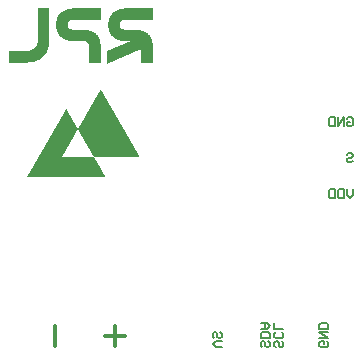
<source format=gbo>
G04*
G04 #@! TF.GenerationSoftware,Altium Limited,Altium Designer,21.9.2 (33)*
G04*
G04 Layer_Color=32896*
%FSLAX25Y25*%
%MOIN*%
G70*
G04*
G04 #@! TF.SameCoordinates,1223ADA4-3529-4512-854F-09A9CE28B868*
G04*
G04*
G04 #@! TF.FilePolarity,Positive*
G04*
G01*
G75*
%ADD13C,0.00800*%
%ADD51C,0.01200*%
G36*
X46639Y-36351D02*
X46589D01*
Y-36401D01*
X46539D01*
Y-36501D01*
X46489D01*
Y-36600D01*
X46439D01*
Y-36650D01*
X46390D01*
Y-36750D01*
X46340D01*
Y-36850D01*
X46290D01*
Y-36950D01*
X46240D01*
Y-36999D01*
X46190D01*
Y-37099D01*
X46140D01*
Y-37199D01*
X46090D01*
Y-37299D01*
X46041D01*
Y-37348D01*
X45991D01*
Y-37448D01*
X45941D01*
Y-37548D01*
X45891D01*
Y-37598D01*
X45841D01*
Y-37697D01*
X45791D01*
Y-37797D01*
X45741D01*
Y-37897D01*
X45691D01*
Y-37947D01*
X45642D01*
Y-38047D01*
X45592D01*
Y-38146D01*
X45542D01*
Y-38246D01*
X45492D01*
Y-38296D01*
X45442D01*
Y-38396D01*
X45392D01*
Y-38495D01*
X45342D01*
Y-38595D01*
X45293D01*
Y-38645D01*
X45243D01*
Y-38745D01*
X45193D01*
Y-38844D01*
X45143D01*
Y-38894D01*
X45093D01*
Y-38994D01*
X45043D01*
Y-39094D01*
X44993D01*
Y-39193D01*
X44943D01*
Y-39243D01*
X44894D01*
Y-39343D01*
X44844D01*
Y-39443D01*
X44794D01*
Y-39543D01*
X44744D01*
Y-39592D01*
X44694D01*
Y-39692D01*
X44644D01*
Y-39792D01*
X44594D01*
Y-39892D01*
X44545D01*
Y-39941D01*
X44495D01*
Y-40041D01*
X44445D01*
Y-40141D01*
X44395D01*
Y-40191D01*
X44345D01*
Y-40291D01*
X44295D01*
Y-40390D01*
X44245D01*
Y-40490D01*
X44196D01*
Y-40540D01*
X44146D01*
Y-40640D01*
X44096D01*
Y-40739D01*
X44046D01*
Y-40839D01*
X43996D01*
Y-40889D01*
X43946D01*
Y-40989D01*
X43896D01*
Y-41088D01*
X43846D01*
Y-41138D01*
X43797D01*
Y-41238D01*
X43747D01*
Y-41338D01*
X43697D01*
Y-41438D01*
X43647D01*
Y-41487D01*
X43597D01*
Y-41587D01*
X43547D01*
Y-41687D01*
X43497D01*
Y-41787D01*
X43448D01*
Y-41836D01*
X43398D01*
Y-41936D01*
X43348D01*
Y-42036D01*
X43298D01*
Y-42136D01*
X43248D01*
Y-42186D01*
X43198D01*
Y-42285D01*
X43148D01*
Y-42385D01*
X43098D01*
Y-42435D01*
X43049D01*
Y-42535D01*
X42999D01*
Y-42634D01*
X42949D01*
Y-42734D01*
X42899D01*
Y-42784D01*
X42849D01*
Y-42884D01*
X42799D01*
Y-42983D01*
X42749D01*
Y-43083D01*
X42700D01*
Y-43133D01*
X42650D01*
Y-43233D01*
X42600D01*
Y-43332D01*
X42550D01*
Y-43432D01*
X42500D01*
Y-43482D01*
X42450D01*
Y-43582D01*
X42400D01*
Y-43681D01*
X42350D01*
Y-43731D01*
X42301D01*
Y-43831D01*
X42251D01*
Y-43931D01*
X42201D01*
Y-44031D01*
X42151D01*
Y-44080D01*
X42101D01*
Y-44180D01*
X42051D01*
Y-44280D01*
X42001D01*
Y-44380D01*
X41952D01*
Y-44429D01*
X41902D01*
Y-44529D01*
X41852D01*
Y-44629D01*
X41802D01*
Y-44729D01*
X41752D01*
Y-44779D01*
X41702D01*
Y-44878D01*
X41652D01*
Y-44978D01*
X41602D01*
Y-45028D01*
X41552D01*
Y-45128D01*
X41503D01*
Y-45227D01*
X41453D01*
Y-45327D01*
X41403D01*
Y-45377D01*
X41353D01*
Y-45477D01*
X41303D01*
Y-45577D01*
X41253D01*
Y-45676D01*
X41203D01*
Y-45726D01*
X41154D01*
Y-45826D01*
X41104D01*
Y-45926D01*
X41054D01*
Y-45975D01*
X41004D01*
Y-46075D01*
X40954D01*
Y-46175D01*
X40904D01*
Y-46275D01*
X40854D01*
Y-46325D01*
X40804D01*
Y-46424D01*
X40755D01*
Y-46524D01*
X40705D01*
Y-46624D01*
X40655D01*
Y-46674D01*
X40605D01*
Y-46773D01*
X40555D01*
Y-46873D01*
X40505D01*
Y-46973D01*
X40455D01*
Y-47023D01*
X40406D01*
Y-47122D01*
X40356D01*
Y-47222D01*
X40306D01*
Y-47272D01*
X40256D01*
Y-47372D01*
X40206D01*
Y-47471D01*
X40156D01*
Y-47571D01*
X40106D01*
Y-47621D01*
X40056D01*
Y-47721D01*
X40007D01*
Y-47820D01*
X39957D01*
Y-47920D01*
X39907D01*
Y-47970D01*
X39857D01*
Y-48070D01*
X39807D01*
Y-48169D01*
X39757D01*
Y-48269D01*
X39707D01*
Y-48319D01*
X39658D01*
Y-48419D01*
X39608D01*
Y-48519D01*
X39558D01*
Y-48568D01*
X39508D01*
Y-48668D01*
X39458D01*
Y-48768D01*
X39408D01*
Y-48868D01*
X39358D01*
Y-48918D01*
X39309D01*
Y-49017D01*
X39259D01*
Y-49117D01*
X39209D01*
Y-49217D01*
X39159D01*
Y-49267D01*
X39109D01*
Y-49366D01*
X39059D01*
Y-49466D01*
X39009D01*
Y-49416D01*
X38959D01*
Y-49366D01*
X38910D01*
Y-49267D01*
X38860D01*
Y-49167D01*
X38810D01*
Y-49067D01*
X38760D01*
Y-49017D01*
X38710D01*
Y-48918D01*
X38660D01*
Y-48818D01*
X38610D01*
Y-48718D01*
X38561D01*
Y-48668D01*
X38511D01*
Y-48568D01*
X38461D01*
Y-48469D01*
X38411D01*
Y-48419D01*
X38361D01*
Y-48319D01*
X38311D01*
Y-48219D01*
X38261D01*
Y-48120D01*
X38211D01*
Y-48070D01*
X38162D01*
Y-47970D01*
X38112D01*
Y-47870D01*
X38062D01*
Y-47771D01*
X38012D01*
Y-47721D01*
X37962D01*
Y-47621D01*
X37912D01*
Y-47521D01*
X37862D01*
Y-47422D01*
X37813D01*
Y-47372D01*
X37763D01*
Y-47272D01*
X37713D01*
Y-47172D01*
X37663D01*
Y-47122D01*
X37613D01*
Y-47023D01*
X37563D01*
Y-46923D01*
X37513D01*
Y-46823D01*
X37463D01*
Y-46773D01*
X37414D01*
Y-46674D01*
X37364D01*
Y-46574D01*
X37314D01*
Y-46474D01*
X37264D01*
Y-46424D01*
X37214D01*
Y-46325D01*
X37164D01*
Y-46225D01*
X37114D01*
Y-46125D01*
X37064D01*
Y-46075D01*
X37015D01*
Y-45975D01*
X36965D01*
Y-45876D01*
X36915D01*
Y-45826D01*
X36865D01*
Y-45726D01*
X36815D01*
Y-45626D01*
X36765D01*
Y-45527D01*
X36715D01*
Y-45477D01*
X36666D01*
Y-45377D01*
X36616D01*
Y-45277D01*
X36566D01*
Y-45178D01*
X36516D01*
Y-45128D01*
X36466D01*
Y-45028D01*
X36416D01*
Y-44928D01*
X36366D01*
Y-44878D01*
X36316D01*
Y-44779D01*
X36267D01*
Y-44679D01*
X36217D01*
Y-44579D01*
X36167D01*
Y-44529D01*
X36117D01*
Y-44429D01*
X36067D01*
Y-44330D01*
X36017D01*
Y-44230D01*
X35967D01*
Y-44180D01*
X35918D01*
Y-44080D01*
X35868D01*
Y-43981D01*
X35818D01*
Y-43881D01*
X35768D01*
Y-43831D01*
X35718D01*
Y-43731D01*
X35668D01*
Y-43632D01*
X35618D01*
Y-43582D01*
X35568D01*
Y-43482D01*
X35519D01*
Y-43382D01*
X35469D01*
Y-43283D01*
X35419D01*
Y-43233D01*
X35369D01*
Y-43133D01*
X35319D01*
Y-43033D01*
X35269D01*
Y-42933D01*
X35219D01*
Y-42884D01*
X35170D01*
Y-42834D01*
X35120D01*
Y-42884D01*
X35070D01*
Y-42983D01*
X35020D01*
Y-43083D01*
X34970D01*
Y-43133D01*
X34920D01*
Y-43233D01*
X34870D01*
Y-43332D01*
X34821D01*
Y-43382D01*
X34771D01*
Y-43482D01*
X34721D01*
Y-43582D01*
X34671D01*
Y-43681D01*
X34621D01*
Y-43731D01*
X34571D01*
Y-43831D01*
X34521D01*
Y-43931D01*
X34471D01*
Y-44031D01*
X34422D01*
Y-44080D01*
X34372D01*
Y-44180D01*
X34322D01*
Y-44280D01*
X34272D01*
Y-44380D01*
X34222D01*
Y-44429D01*
X34172D01*
Y-44529D01*
X34122D01*
Y-44629D01*
X34073D01*
Y-44679D01*
X34023D01*
Y-44779D01*
X33973D01*
Y-44878D01*
X33923D01*
Y-44978D01*
X33873D01*
Y-45028D01*
X33823D01*
Y-45128D01*
X33773D01*
Y-45227D01*
X33723D01*
Y-45327D01*
X33674D01*
Y-45377D01*
X33624D01*
Y-45477D01*
X33574D01*
Y-45577D01*
X33524D01*
Y-45676D01*
X33474D01*
Y-45726D01*
X33424D01*
Y-45826D01*
X33374D01*
Y-45926D01*
X33325D01*
Y-45975D01*
X33275D01*
Y-46075D01*
X33225D01*
Y-46175D01*
X33175D01*
Y-46275D01*
X33125D01*
Y-46325D01*
X33075D01*
Y-46424D01*
X33025D01*
Y-46524D01*
X32975D01*
Y-46624D01*
X32926D01*
Y-46674D01*
X32876D01*
Y-46773D01*
X32826D01*
Y-46873D01*
X32776D01*
Y-46973D01*
X32726D01*
Y-47023D01*
X32676D01*
Y-47122D01*
X32626D01*
Y-47222D01*
X32577D01*
Y-47272D01*
X32527D01*
Y-47372D01*
X32477D01*
Y-47471D01*
X32427D01*
Y-47571D01*
X32377D01*
Y-47621D01*
X32327D01*
Y-47721D01*
X32277D01*
Y-47820D01*
X32227D01*
Y-47920D01*
X32177D01*
Y-47970D01*
X32128D01*
Y-48070D01*
X32078D01*
Y-48169D01*
X32028D01*
Y-48219D01*
X31978D01*
Y-48319D01*
X31928D01*
Y-48419D01*
X31878D01*
Y-48519D01*
X31828D01*
Y-48568D01*
X31779D01*
Y-48668D01*
X31729D01*
Y-48768D01*
X31679D01*
Y-48868D01*
X31629D01*
Y-48918D01*
X31579D01*
Y-49017D01*
X31529D01*
Y-49117D01*
X31479D01*
Y-49217D01*
X31429D01*
Y-49267D01*
X31380D01*
Y-49366D01*
X31330D01*
Y-49466D01*
X31280D01*
Y-49516D01*
X31230D01*
Y-49616D01*
X31180D01*
Y-49715D01*
X31130D01*
Y-49815D01*
X31080D01*
Y-49865D01*
X31031D01*
Y-49965D01*
X30981D01*
Y-50064D01*
X30931D01*
Y-50164D01*
X30881D01*
Y-50214D01*
X30831D01*
Y-50314D01*
X30781D01*
Y-50414D01*
X30731D01*
Y-50513D01*
X30681D01*
Y-50563D01*
X30632D01*
Y-50663D01*
X30582D01*
Y-50763D01*
X30532D01*
Y-50813D01*
X30482D01*
Y-50912D01*
X30432D01*
Y-51012D01*
X30382D01*
Y-51112D01*
X30332D01*
Y-51162D01*
X30283D01*
Y-51261D01*
X30233D01*
Y-51361D01*
X30183D01*
Y-51461D01*
X30133D01*
Y-51511D01*
X30083D01*
Y-51610D01*
X30033D01*
Y-51710D01*
X29983D01*
Y-51760D01*
X29934D01*
Y-51860D01*
X29884D01*
Y-51960D01*
X29834D01*
Y-52059D01*
X29784D01*
Y-52109D01*
X29734D01*
Y-52209D01*
X29684D01*
Y-52308D01*
X29634D01*
Y-52408D01*
X29584D01*
Y-52458D01*
X29535D01*
Y-52558D01*
X29485D01*
Y-52658D01*
X29435D01*
Y-52757D01*
X29385D01*
Y-52807D01*
X29335D01*
Y-52907D01*
X29285D01*
Y-53007D01*
X29235D01*
Y-53057D01*
X29186D01*
Y-53156D01*
X29136D01*
Y-53256D01*
X29086D01*
Y-53356D01*
X29036D01*
Y-53406D01*
X28986D01*
Y-53505D01*
X28936D01*
Y-53605D01*
X28886D01*
Y-53705D01*
X28836D01*
Y-53755D01*
X28787D01*
Y-53854D01*
X28737D01*
Y-53954D01*
X28687D01*
Y-54054D01*
X28637D01*
Y-54104D01*
X28587D01*
Y-54203D01*
X28537D01*
Y-54303D01*
X28487D01*
Y-54353D01*
X28438D01*
Y-54453D01*
X28388D01*
Y-54553D01*
X28338D01*
Y-54652D01*
X28288D01*
Y-54702D01*
X28238D01*
Y-54802D01*
X28188D01*
Y-54902D01*
X28138D01*
Y-55001D01*
X28088D01*
Y-55051D01*
X28039D01*
Y-55151D01*
X27989D01*
Y-55251D01*
X27939D01*
Y-55350D01*
X27889D01*
Y-55400D01*
X27839D01*
Y-55500D01*
X27789D01*
Y-55600D01*
X27739D01*
Y-55650D01*
X27689D01*
Y-55749D01*
X27640D01*
Y-55849D01*
X27590D01*
Y-55949D01*
X27540D01*
Y-55999D01*
X27490D01*
Y-56098D01*
X27440D01*
Y-56198D01*
X27390D01*
Y-56298D01*
X27340D01*
Y-56348D01*
X27291D01*
Y-56447D01*
X27241D01*
Y-56547D01*
X27191D01*
Y-56597D01*
X27141D01*
Y-56697D01*
X27091D01*
Y-56797D01*
X27041D01*
Y-56896D01*
X26991D01*
Y-56946D01*
X26941D01*
Y-57046D01*
X26892D01*
Y-57146D01*
X26842D01*
Y-57245D01*
X26792D01*
Y-57295D01*
X26742D01*
Y-57395D01*
X26692D01*
Y-57495D01*
X26642D01*
Y-57594D01*
X26592D01*
Y-57644D01*
X26543D01*
Y-57744D01*
X26493D01*
Y-57844D01*
X26443D01*
Y-57894D01*
X26393D01*
Y-57993D01*
X26343D01*
Y-58093D01*
X26293D01*
Y-58193D01*
X26243D01*
Y-58243D01*
X26193D01*
Y-58342D01*
X26144D01*
Y-58442D01*
X26094D01*
Y-58542D01*
X26044D01*
Y-58592D01*
X25994D01*
Y-58692D01*
X25944D01*
Y-58791D01*
X25894D01*
Y-58891D01*
X25844D01*
Y-58941D01*
X25795D01*
Y-59041D01*
X25745D01*
Y-59140D01*
X25695D01*
Y-59190D01*
X25645D01*
Y-59290D01*
X25595D01*
Y-59390D01*
X25545D01*
Y-59489D01*
X25495D01*
Y-59539D01*
X25446D01*
Y-59639D01*
X25396D01*
Y-59739D01*
X25346D01*
Y-59838D01*
X25296D01*
Y-59888D01*
X25246D01*
Y-59988D01*
X25196D01*
Y-60088D01*
X25146D01*
Y-60188D01*
X25096D01*
Y-60237D01*
X25047D01*
Y-60337D01*
X24997D01*
Y-60437D01*
X24947D01*
Y-60487D01*
X24897D01*
Y-60586D01*
X24847D01*
Y-60686D01*
X24797D01*
Y-60786D01*
X24747D01*
Y-60836D01*
X24698D01*
Y-60935D01*
X24648D01*
Y-61035D01*
X24598D01*
Y-61135D01*
X24548D01*
Y-61185D01*
X24498D01*
Y-61285D01*
X24448D01*
Y-61384D01*
X24398D01*
Y-61434D01*
X24348D01*
Y-61534D01*
X24298D01*
Y-61634D01*
X24249D01*
Y-61733D01*
X24199D01*
Y-61783D01*
X24149D01*
Y-61883D01*
X24099D01*
Y-61983D01*
X24049D01*
Y-62082D01*
X23999D01*
Y-62132D01*
X23949D01*
Y-62232D01*
X23900D01*
Y-62332D01*
X23850D01*
Y-62432D01*
X23800D01*
Y-62481D01*
X23750D01*
Y-62581D01*
X23700D01*
Y-62681D01*
X23650D01*
Y-62731D01*
X23600D01*
Y-62831D01*
X23550D01*
Y-62930D01*
X23501D01*
Y-63030D01*
X23451D01*
Y-63080D01*
X23401D01*
Y-63179D01*
X23351D01*
Y-63279D01*
X23301D01*
Y-63379D01*
X23251D01*
Y-63429D01*
X23201D01*
Y-63529D01*
X23152D01*
Y-63628D01*
X23102D01*
Y-63728D01*
X23052D01*
Y-63778D01*
X23002D01*
Y-63878D01*
X22952D01*
Y-63977D01*
X22902D01*
Y-64027D01*
X22852D01*
Y-64127D01*
X22803D01*
Y-64227D01*
X22753D01*
Y-64327D01*
X22703D01*
Y-64376D01*
X22653D01*
Y-64476D01*
X22603D01*
Y-64576D01*
X22553D01*
Y-64675D01*
X22503D01*
Y-64725D01*
X22454D01*
Y-64825D01*
X22404D01*
Y-64925D01*
X22354D01*
Y-65025D01*
X22304D01*
Y-65074D01*
X22254D01*
Y-65174D01*
X22204D01*
Y-65274D01*
X48085D01*
Y-65174D01*
X48035D01*
Y-65074D01*
X47985D01*
Y-64975D01*
X47936D01*
Y-64875D01*
X47886D01*
Y-64825D01*
X47836D01*
Y-64725D01*
X47786D01*
Y-64626D01*
X47736D01*
Y-64526D01*
X47686D01*
Y-64476D01*
X47636D01*
Y-64376D01*
X47586D01*
Y-64277D01*
X47537D01*
Y-64177D01*
X47487D01*
Y-64127D01*
X47437D01*
Y-64027D01*
X47387D01*
Y-63928D01*
X47337D01*
Y-63878D01*
X47287D01*
Y-63778D01*
X47237D01*
Y-63678D01*
X47188D01*
Y-63578D01*
X47138D01*
Y-63529D01*
X47088D01*
Y-63429D01*
X47038D01*
Y-63329D01*
X46988D01*
Y-63229D01*
X46938D01*
Y-63179D01*
X46888D01*
Y-63080D01*
X46838D01*
Y-62980D01*
X46789D01*
Y-62930D01*
X46739D01*
Y-62831D01*
X46689D01*
Y-62731D01*
X46639D01*
Y-62631D01*
X46589D01*
Y-62581D01*
X46539D01*
Y-62481D01*
X46489D01*
Y-62382D01*
X46439D01*
Y-62282D01*
X46390D01*
Y-62232D01*
X46340D01*
Y-62132D01*
X46290D01*
Y-62033D01*
X46240D01*
Y-61933D01*
X46190D01*
Y-61883D01*
X46140D01*
Y-61783D01*
X46090D01*
Y-61683D01*
X46041D01*
Y-61634D01*
X45991D01*
Y-61534D01*
X45941D01*
Y-61434D01*
X45891D01*
Y-61335D01*
X45841D01*
Y-61285D01*
X45791D01*
Y-61185D01*
X45741D01*
Y-61085D01*
X45691D01*
Y-60985D01*
X45642D01*
Y-60935D01*
X45592D01*
Y-60836D01*
X45542D01*
Y-60736D01*
X45492D01*
Y-60636D01*
X45442D01*
Y-60586D01*
X45392D01*
Y-60487D01*
X45342D01*
Y-60387D01*
X45293D01*
Y-60337D01*
X45243D01*
Y-60237D01*
X45193D01*
Y-60138D01*
X45143D01*
Y-60038D01*
X45093D01*
Y-59988D01*
X45043D01*
Y-59888D01*
X44993D01*
Y-59789D01*
X44943D01*
Y-59689D01*
X44894D01*
Y-59639D01*
X44844D01*
Y-59539D01*
X44794D01*
Y-59439D01*
X44744D01*
Y-59390D01*
X44694D01*
Y-59290D01*
X44644D01*
Y-59190D01*
X44594D01*
Y-59090D01*
X44545D01*
Y-59041D01*
X44495D01*
Y-58941D01*
X44445D01*
Y-58841D01*
X44395D01*
Y-58741D01*
X59604D01*
Y-58642D01*
X59554D01*
Y-58542D01*
X59505D01*
Y-58442D01*
X59455D01*
Y-58392D01*
X59405D01*
Y-58293D01*
X59355D01*
Y-58193D01*
X59305D01*
Y-58093D01*
X59255D01*
Y-58043D01*
X59206D01*
Y-57943D01*
X59156D01*
Y-57844D01*
X59106D01*
Y-57744D01*
X59056D01*
Y-57694D01*
X59006D01*
Y-57594D01*
X58956D01*
Y-57495D01*
X58906D01*
Y-57445D01*
X58856D01*
Y-57345D01*
X58807D01*
Y-57245D01*
X58757D01*
Y-57146D01*
X58707D01*
Y-57096D01*
X58657D01*
Y-56996D01*
X58607D01*
Y-56896D01*
X58557D01*
Y-56797D01*
X58507D01*
Y-56747D01*
X58457D01*
Y-56647D01*
X58408D01*
Y-56547D01*
X58358D01*
Y-56447D01*
X58308D01*
Y-56398D01*
X58258D01*
Y-56298D01*
X58208D01*
Y-56198D01*
X58158D01*
Y-56148D01*
X58108D01*
Y-56049D01*
X58059D01*
Y-55949D01*
X58009D01*
Y-55849D01*
X57959D01*
Y-55799D01*
X57909D01*
Y-55699D01*
X57859D01*
Y-55600D01*
X57809D01*
Y-55500D01*
X57759D01*
Y-55450D01*
X57709D01*
Y-55350D01*
X57660D01*
Y-55251D01*
X57610D01*
Y-55201D01*
X57560D01*
Y-55101D01*
X57510D01*
Y-55001D01*
X57460D01*
Y-54902D01*
X57410D01*
Y-54852D01*
X57360D01*
Y-54752D01*
X57310D01*
Y-54652D01*
X57261D01*
Y-54553D01*
X57211D01*
Y-54503D01*
X57161D01*
Y-54403D01*
X57111D01*
Y-54303D01*
X57061D01*
Y-54203D01*
X57011D01*
Y-54154D01*
X56961D01*
Y-54054D01*
X56912D01*
Y-53954D01*
X56862D01*
Y-53904D01*
X56812D01*
Y-53804D01*
X56762D01*
Y-53705D01*
X56712D01*
Y-53605D01*
X56662D01*
Y-53555D01*
X56612D01*
Y-53456D01*
X56563D01*
Y-53356D01*
X56513D01*
Y-53256D01*
X56463D01*
Y-53206D01*
X56413D01*
Y-53106D01*
X56363D01*
Y-53007D01*
X56313D01*
Y-52907D01*
X56263D01*
Y-52857D01*
X56213D01*
Y-52757D01*
X56164D01*
Y-52658D01*
X56114D01*
Y-52608D01*
X56064D01*
Y-52508D01*
X56014D01*
Y-52408D01*
X55964D01*
Y-52308D01*
X55914D01*
Y-52259D01*
X55864D01*
Y-52159D01*
X55814D01*
Y-52059D01*
X55765D01*
Y-51960D01*
X55715D01*
Y-51910D01*
X55665D01*
Y-51810D01*
X55615D01*
Y-51710D01*
X55565D01*
Y-51610D01*
X55515D01*
Y-51560D01*
X55465D01*
Y-51461D01*
X55416D01*
Y-51361D01*
X55366D01*
Y-51311D01*
X55316D01*
Y-51211D01*
X55266D01*
Y-51112D01*
X55216D01*
Y-51012D01*
X55166D01*
Y-50962D01*
X55116D01*
Y-50862D01*
X55067D01*
Y-50763D01*
X55017D01*
Y-50663D01*
X54967D01*
Y-50613D01*
X54917D01*
Y-50513D01*
X54867D01*
Y-50414D01*
X54817D01*
Y-50364D01*
X54767D01*
Y-50264D01*
X54717D01*
Y-50164D01*
X54668D01*
Y-50064D01*
X54618D01*
Y-50015D01*
X54568D01*
Y-49915D01*
X54518D01*
Y-49815D01*
X54468D01*
Y-49715D01*
X54418D01*
Y-49666D01*
X54368D01*
Y-49566D01*
X54318D01*
Y-49466D01*
X54269D01*
Y-49366D01*
X54219D01*
Y-49316D01*
X54169D01*
Y-49217D01*
X54119D01*
Y-49117D01*
X54069D01*
Y-49067D01*
X54019D01*
Y-48967D01*
X53969D01*
Y-48868D01*
X53920D01*
Y-48768D01*
X53870D01*
Y-48718D01*
X53820D01*
Y-48618D01*
X53770D01*
Y-48519D01*
X53720D01*
Y-48419D01*
X53670D01*
Y-48369D01*
X53620D01*
Y-48269D01*
X53570D01*
Y-48169D01*
X53521D01*
Y-48070D01*
X53471D01*
Y-48020D01*
X53421D01*
Y-47920D01*
X53371D01*
Y-47820D01*
X53321D01*
Y-47771D01*
X53271D01*
Y-47671D01*
X53221D01*
Y-47571D01*
X53172D01*
Y-47471D01*
X53122D01*
Y-47422D01*
X53072D01*
Y-47322D01*
X53022D01*
Y-47222D01*
X52972D01*
Y-47122D01*
X52922D01*
Y-47072D01*
X52872D01*
Y-46973D01*
X52823D01*
Y-46873D01*
X52773D01*
Y-46773D01*
X52723D01*
Y-46723D01*
X52673D01*
Y-46624D01*
X52623D01*
Y-46524D01*
X52573D01*
Y-46474D01*
X52523D01*
Y-46374D01*
X52473D01*
Y-46275D01*
X52424D01*
Y-46175D01*
X52374D01*
Y-46125D01*
X52324D01*
Y-46025D01*
X52274D01*
Y-45926D01*
X52224D01*
Y-45826D01*
X52174D01*
Y-45776D01*
X52124D01*
Y-45676D01*
X52074D01*
Y-45577D01*
X52025D01*
Y-45527D01*
X51975D01*
Y-45427D01*
X51925D01*
Y-45327D01*
X51875D01*
Y-45227D01*
X51825D01*
Y-45178D01*
X51775D01*
Y-45078D01*
X51725D01*
Y-44978D01*
X51675D01*
Y-44878D01*
X51626D01*
Y-44829D01*
X51576D01*
Y-44729D01*
X51526D01*
Y-44629D01*
X51476D01*
Y-44529D01*
X51426D01*
Y-44479D01*
X51376D01*
Y-44380D01*
X51327D01*
Y-44280D01*
X51277D01*
Y-44230D01*
X51227D01*
Y-44130D01*
X51177D01*
Y-44031D01*
X51127D01*
Y-43931D01*
X51077D01*
Y-43881D01*
X51027D01*
Y-43781D01*
X50977D01*
Y-43681D01*
X50928D01*
Y-43582D01*
X50878D01*
Y-43532D01*
X50828D01*
Y-43432D01*
X50778D01*
Y-43332D01*
X50728D01*
Y-43233D01*
X50678D01*
Y-43183D01*
X50628D01*
Y-43083D01*
X50578D01*
Y-42983D01*
X50529D01*
Y-42933D01*
X50479D01*
Y-42834D01*
X50429D01*
Y-42734D01*
X50379D01*
Y-42634D01*
X50329D01*
Y-42584D01*
X50279D01*
Y-42485D01*
X50229D01*
Y-42385D01*
X50179D01*
Y-42285D01*
X50130D01*
Y-42235D01*
X50080D01*
Y-42136D01*
X50030D01*
Y-42036D01*
X49980D01*
Y-41986D01*
X49930D01*
Y-41886D01*
X49880D01*
Y-41787D01*
X49830D01*
Y-41687D01*
X49781D01*
Y-41637D01*
X49731D01*
Y-41537D01*
X49681D01*
Y-41438D01*
X49631D01*
Y-41338D01*
X49581D01*
Y-41288D01*
X49531D01*
Y-41188D01*
X49481D01*
Y-41088D01*
X49431D01*
Y-40989D01*
X49382D01*
Y-40939D01*
X49332D01*
Y-40839D01*
X49282D01*
Y-40739D01*
X49232D01*
Y-40690D01*
X49182D01*
Y-40590D01*
X49132D01*
Y-40490D01*
X49082D01*
Y-40390D01*
X49033D01*
Y-40340D01*
X48983D01*
Y-40241D01*
X48933D01*
Y-40141D01*
X48883D01*
Y-40041D01*
X48833D01*
Y-39991D01*
X48783D01*
Y-39892D01*
X48733D01*
Y-39792D01*
X48684D01*
Y-39692D01*
X48634D01*
Y-39642D01*
X48584D01*
Y-39543D01*
X48534D01*
Y-39443D01*
X48484D01*
Y-39393D01*
X48434D01*
Y-39293D01*
X48384D01*
Y-39193D01*
X48334D01*
Y-39094D01*
X48285D01*
Y-39044D01*
X48235D01*
Y-38944D01*
X48185D01*
Y-38844D01*
X48135D01*
Y-38745D01*
X48085D01*
Y-38695D01*
X48035D01*
Y-38595D01*
X47985D01*
Y-38495D01*
X47936D01*
Y-38396D01*
X47886D01*
Y-38346D01*
X47836D01*
Y-38246D01*
X47786D01*
Y-38146D01*
X47736D01*
Y-38096D01*
X47686D01*
Y-37997D01*
X47636D01*
Y-37897D01*
X47586D01*
Y-37797D01*
X47537D01*
Y-37747D01*
X47487D01*
Y-37648D01*
X47437D01*
Y-37548D01*
X47387D01*
Y-37448D01*
X47337D01*
Y-37398D01*
X47287D01*
Y-37299D01*
X47237D01*
Y-37199D01*
X47188D01*
Y-37149D01*
X47138D01*
Y-37049D01*
X47088D01*
Y-36950D01*
X47038D01*
Y-36850D01*
X46988D01*
Y-36800D01*
X46938D01*
Y-36700D01*
X46888D01*
Y-36600D01*
X46838D01*
Y-36501D01*
X46789D01*
Y-36451D01*
X46739D01*
Y-36351D01*
X46689D01*
Y-36301D01*
X46639D01*
Y-36351D01*
D02*
G37*
G36*
X64000Y-13074D02*
X54501D01*
X54272Y-13095D01*
X54064Y-13157D01*
X53877Y-13220D01*
X53731Y-13303D01*
X53606Y-13407D01*
X53502Y-13470D01*
X53439Y-13532D01*
X53418Y-13553D01*
X53273Y-13740D01*
X53148Y-13928D01*
X53064Y-14115D01*
X53023Y-14303D01*
X52981Y-14469D01*
X52960Y-14594D01*
Y-14678D01*
Y-14698D01*
X52981Y-14928D01*
X53023Y-15136D01*
X53106Y-15344D01*
X53189Y-15511D01*
X53273Y-15636D01*
X53356Y-15740D01*
X53398Y-15802D01*
X53418Y-15823D01*
X53606Y-15969D01*
X53793Y-16094D01*
X53981Y-16177D01*
X54147Y-16219D01*
X54314Y-16261D01*
X54439Y-16282D01*
X58168D01*
X58667Y-16302D01*
X59126Y-16344D01*
X59584Y-16407D01*
X59980Y-16490D01*
X60376Y-16615D01*
X60730Y-16719D01*
X61042Y-16844D01*
X61334Y-16969D01*
X61584Y-17115D01*
X61813Y-17240D01*
X62021Y-17344D01*
X62167Y-17448D01*
X62292Y-17552D01*
X62375Y-17615D01*
X62438Y-17656D01*
X62459Y-17677D01*
X62729Y-17948D01*
X62959Y-18240D01*
X63167Y-18552D01*
X63354Y-18885D01*
X63500Y-19219D01*
X63625Y-19573D01*
X63729Y-19906D01*
X63813Y-20219D01*
X63875Y-20531D01*
X63917Y-20822D01*
X63958Y-21072D01*
X63979Y-21302D01*
Y-21489D01*
X64000Y-21614D01*
Y-21718D01*
Y-21739D01*
Y-27301D01*
X60146D01*
Y-22697D01*
X48711Y-27780D01*
Y-23551D01*
X56814Y-20135D01*
X54981D01*
X54397Y-20114D01*
X53877Y-20052D01*
X53418Y-19989D01*
X53023Y-19885D01*
X52710Y-19802D01*
X52585Y-19760D01*
X52460Y-19739D01*
X52377Y-19698D01*
X52314Y-19677D01*
X52293Y-19656D01*
X52273D01*
X51877Y-19469D01*
X51523Y-19260D01*
X51210Y-19052D01*
X50940Y-18844D01*
X50731Y-18677D01*
X50586Y-18531D01*
X50481Y-18448D01*
X50460Y-18406D01*
X50210Y-18115D01*
X50002Y-17802D01*
X49836Y-17511D01*
X49690Y-17240D01*
X49586Y-17011D01*
X49502Y-16823D01*
X49461Y-16698D01*
X49440Y-16677D01*
Y-16657D01*
X49336Y-16282D01*
X49252Y-15927D01*
X49211Y-15594D01*
X49169Y-15282D01*
X49148Y-15032D01*
X49127Y-14823D01*
Y-14698D01*
Y-14678D01*
Y-14657D01*
X49148Y-14240D01*
X49169Y-13865D01*
X49231Y-13511D01*
X49294Y-13199D01*
X49356Y-12949D01*
X49398Y-12741D01*
X49440Y-12616D01*
X49461Y-12595D01*
Y-12574D01*
X49586Y-12220D01*
X49752Y-11886D01*
X49919Y-11595D01*
X50106Y-11324D01*
X50252Y-11137D01*
X50377Y-10970D01*
X50460Y-10887D01*
X50502Y-10845D01*
X50794Y-10574D01*
X51085Y-10345D01*
X51398Y-10137D01*
X51689Y-9970D01*
X51939Y-9845D01*
X52148Y-9741D01*
X52231Y-9699D01*
X52293Y-9679D01*
X52314Y-9658D01*
X52335D01*
X52773Y-9512D01*
X53210Y-9408D01*
X53648Y-9324D01*
X54064Y-9283D01*
X54439Y-9241D01*
X54585D01*
X54731Y-9220D01*
X64000D01*
Y-13074D01*
D02*
G37*
G36*
X46628D02*
X37129D01*
X36900Y-13095D01*
X36692Y-13157D01*
X36504Y-13220D01*
X36359Y-13303D01*
X36234Y-13407D01*
X36130Y-13470D01*
X36067Y-13532D01*
X36046Y-13553D01*
X35900Y-13740D01*
X35775Y-13928D01*
X35692Y-14115D01*
X35650Y-14303D01*
X35609Y-14469D01*
X35588Y-14594D01*
Y-14678D01*
Y-14698D01*
X35609Y-14928D01*
X35650Y-15136D01*
X35734Y-15344D01*
X35817Y-15511D01*
X35900Y-15636D01*
X35984Y-15740D01*
X36025Y-15802D01*
X36046Y-15823D01*
X36234Y-15969D01*
X36421Y-16094D01*
X36609Y-16177D01*
X36775Y-16219D01*
X36942Y-16261D01*
X37067Y-16282D01*
X40795D01*
X41295Y-16302D01*
X41754Y-16344D01*
X42212Y-16407D01*
X42608Y-16490D01*
X43003Y-16615D01*
X43358Y-16719D01*
X43670Y-16844D01*
X43962Y-16969D01*
X44212Y-17115D01*
X44441Y-17240D01*
X44649Y-17344D01*
X44795Y-17448D01*
X44920Y-17552D01*
X45003Y-17615D01*
X45066Y-17656D01*
X45086Y-17677D01*
X45357Y-17948D01*
X45586Y-18240D01*
X45795Y-18552D01*
X45982Y-18885D01*
X46128Y-19219D01*
X46253Y-19573D01*
X46357Y-19906D01*
X46440Y-20219D01*
X46503Y-20531D01*
X46545Y-20822D01*
X46586Y-21072D01*
X46607Y-21302D01*
Y-21489D01*
X46628Y-21614D01*
Y-21718D01*
Y-21739D01*
Y-27301D01*
X42774D01*
Y-21781D01*
X42753Y-21531D01*
X42712Y-21323D01*
X42649Y-21135D01*
X42566Y-20947D01*
X42483Y-20822D01*
X42420Y-20718D01*
X42379Y-20656D01*
X42358Y-20635D01*
X42191Y-20468D01*
X42024Y-20344D01*
X41837Y-20260D01*
X41670Y-20198D01*
X41545Y-20156D01*
X41420Y-20135D01*
X37608D01*
X37025Y-20114D01*
X36504Y-20052D01*
X36046Y-19989D01*
X35650Y-19885D01*
X35338Y-19802D01*
X35213Y-19760D01*
X35088Y-19739D01*
X35005Y-19698D01*
X34942Y-19677D01*
X34921Y-19656D01*
X34901D01*
X34505Y-19469D01*
X34151Y-19260D01*
X33838Y-19052D01*
X33567Y-18844D01*
X33359Y-18677D01*
X33213Y-18531D01*
X33109Y-18448D01*
X33088Y-18406D01*
X32838Y-18115D01*
X32630Y-17802D01*
X32463Y-17511D01*
X32318Y-17240D01*
X32213Y-17011D01*
X32130Y-16823D01*
X32088Y-16698D01*
X32068Y-16677D01*
Y-16657D01*
X31964Y-16282D01*
X31880Y-15927D01*
X31839Y-15594D01*
X31797Y-15282D01*
X31776Y-15032D01*
X31755Y-14823D01*
Y-14698D01*
Y-14678D01*
Y-14657D01*
X31776Y-14240D01*
X31797Y-13865D01*
X31859Y-13511D01*
X31922Y-13199D01*
X31984Y-12949D01*
X32026Y-12741D01*
X32068Y-12616D01*
X32088Y-12595D01*
Y-12574D01*
X32213Y-12220D01*
X32380Y-11886D01*
X32547Y-11595D01*
X32734Y-11324D01*
X32880Y-11137D01*
X33005Y-10970D01*
X33088Y-10887D01*
X33130Y-10845D01*
X33422Y-10574D01*
X33713Y-10345D01*
X34026Y-10137D01*
X34317Y-9970D01*
X34567Y-9845D01*
X34776Y-9741D01*
X34859Y-9699D01*
X34921Y-9679D01*
X34942Y-9658D01*
X34963D01*
X35400Y-9512D01*
X35838Y-9408D01*
X36275Y-9324D01*
X36692Y-9283D01*
X37067Y-9241D01*
X37213D01*
X37358Y-9220D01*
X46628D01*
Y-13074D01*
D02*
G37*
G36*
X29547Y-19427D02*
X29526Y-20094D01*
X29464Y-20698D01*
X29381Y-21260D01*
X29339Y-21510D01*
X29297Y-21739D01*
X29256Y-21947D01*
X29214Y-22135D01*
X29172Y-22301D01*
X29131Y-22447D01*
X29089Y-22551D01*
X29068Y-22635D01*
X29047Y-22676D01*
Y-22697D01*
X28839Y-23218D01*
X28589Y-23697D01*
X28339Y-24135D01*
X28089Y-24489D01*
X27860Y-24780D01*
X27693Y-25009D01*
X27631Y-25093D01*
X27568Y-25155D01*
X27547Y-25176D01*
X27527Y-25197D01*
X27131Y-25551D01*
X26714Y-25863D01*
X26298Y-26134D01*
X25902Y-26363D01*
X25548Y-26530D01*
X25402Y-26592D01*
X25277Y-26655D01*
X25173Y-26697D01*
X25090Y-26738D01*
X25048Y-26759D01*
X25027D01*
X24444Y-26947D01*
X23840Y-27071D01*
X23257Y-27176D01*
X22715Y-27238D01*
X22465Y-27259D01*
X22236Y-27280D01*
X22027D01*
X21861Y-27301D01*
X15945D01*
Y-23468D01*
X21611D01*
X21965Y-23447D01*
X22319Y-23426D01*
X22632Y-23364D01*
X22923Y-23301D01*
X23194Y-23218D01*
X23444Y-23135D01*
X23673Y-23031D01*
X23881Y-22926D01*
X24048Y-22843D01*
X24215Y-22739D01*
X24340Y-22656D01*
X24465Y-22572D01*
X24548Y-22510D01*
X24611Y-22447D01*
X24631Y-22426D01*
X24652Y-22406D01*
X24840Y-22197D01*
X24985Y-21968D01*
X25131Y-21739D01*
X25256Y-21489D01*
X25444Y-21010D01*
X25569Y-20531D01*
X25631Y-20094D01*
X25652Y-19927D01*
X25673Y-19760D01*
X25694Y-19635D01*
Y-19531D01*
Y-19469D01*
Y-19448D01*
Y-9220D01*
X29547D01*
Y-19427D01*
D02*
G37*
%LPC*%
G36*
X38959Y-49566D02*
X39059D01*
Y-49666D01*
X39109D01*
Y-49715D01*
X39159D01*
Y-49815D01*
X39209D01*
Y-49915D01*
X39259D01*
Y-50015D01*
X39309D01*
Y-50064D01*
X39358D01*
Y-50164D01*
X39408D01*
Y-50264D01*
X39458D01*
Y-50364D01*
X39508D01*
Y-50414D01*
X39558D01*
Y-50513D01*
X39608D01*
Y-50613D01*
X39658D01*
Y-50663D01*
X39707D01*
Y-50763D01*
X39757D01*
Y-50862D01*
X39807D01*
Y-50962D01*
X39857D01*
Y-51012D01*
X39907D01*
Y-51112D01*
X39957D01*
Y-51211D01*
X40007D01*
Y-51311D01*
X40056D01*
Y-51361D01*
X40106D01*
Y-51461D01*
X40156D01*
Y-51560D01*
X40206D01*
Y-51610D01*
X40256D01*
Y-51710D01*
X40306D01*
Y-51810D01*
X40356D01*
Y-51910D01*
X40406D01*
Y-51960D01*
X40455D01*
Y-52059D01*
X40505D01*
Y-52159D01*
X40555D01*
Y-52259D01*
X40605D01*
Y-52308D01*
X40655D01*
Y-52408D01*
X40705D01*
Y-52508D01*
X40755D01*
Y-52608D01*
X40804D01*
Y-52658D01*
X40854D01*
Y-52757D01*
X40904D01*
Y-52857D01*
X40954D01*
Y-52907D01*
X41004D01*
Y-53007D01*
X41054D01*
Y-53106D01*
X41104D01*
Y-53206D01*
X41154D01*
Y-53256D01*
X41203D01*
Y-53356D01*
X41253D01*
Y-53456D01*
X41303D01*
Y-53555D01*
X41353D01*
Y-53605D01*
X41403D01*
Y-53705D01*
X41453D01*
Y-53804D01*
X41503D01*
Y-53904D01*
X41552D01*
Y-53954D01*
X41602D01*
Y-54054D01*
X41652D01*
Y-54154D01*
X41702D01*
Y-54203D01*
X41752D01*
Y-54303D01*
X41802D01*
Y-54403D01*
X41852D01*
Y-54503D01*
X41902D01*
Y-54553D01*
X41952D01*
Y-54652D01*
X42001D01*
Y-54752D01*
X42051D01*
Y-54852D01*
X42101D01*
Y-54902D01*
X42151D01*
Y-55001D01*
X42201D01*
Y-55101D01*
X42251D01*
Y-55201D01*
X42301D01*
Y-55251D01*
X42350D01*
Y-55350D01*
X42400D01*
Y-55450D01*
X42450D01*
Y-55500D01*
X42500D01*
Y-55600D01*
X42550D01*
Y-55699D01*
X42600D01*
Y-55799D01*
X42650D01*
Y-55849D01*
X42700D01*
Y-55949D01*
X42749D01*
Y-56049D01*
X42799D01*
Y-56148D01*
X42849D01*
Y-56198D01*
X42899D01*
Y-56298D01*
X42949D01*
Y-56398D01*
X42999D01*
Y-56447D01*
X43049D01*
Y-56547D01*
X43098D01*
Y-56647D01*
X43148D01*
Y-56747D01*
X43198D01*
Y-56797D01*
X43248D01*
Y-56896D01*
X43298D01*
Y-56996D01*
X43348D01*
Y-57096D01*
X43398D01*
Y-57146D01*
X43448D01*
Y-57245D01*
X43497D01*
Y-57345D01*
X43547D01*
Y-57445D01*
X43597D01*
Y-57495D01*
X43647D01*
Y-57594D01*
X43697D01*
Y-57694D01*
X43747D01*
Y-57744D01*
X43797D01*
Y-57844D01*
X43846D01*
Y-57943D01*
X43896D01*
Y-58043D01*
X43946D01*
Y-58093D01*
X43996D01*
Y-58193D01*
X44046D01*
Y-58293D01*
X44096D01*
Y-58392D01*
X44146D01*
Y-58442D01*
X44196D01*
Y-58542D01*
X44245D01*
Y-58642D01*
X44295D01*
Y-58692D01*
X33723D01*
Y-58642D01*
X33773D01*
Y-58592D01*
X33823D01*
Y-58492D01*
X33873D01*
Y-58392D01*
X33923D01*
Y-58293D01*
X33973D01*
Y-58243D01*
X34023D01*
Y-58143D01*
X34073D01*
Y-58043D01*
X34122D01*
Y-57943D01*
X34172D01*
Y-57894D01*
X34222D01*
Y-57794D01*
X34272D01*
Y-57694D01*
X34322D01*
Y-57594D01*
X34372D01*
Y-57545D01*
X34422D01*
Y-57445D01*
X34471D01*
Y-57345D01*
X34521D01*
Y-57295D01*
X34571D01*
Y-57196D01*
X34621D01*
Y-57096D01*
X34671D01*
Y-56996D01*
X34721D01*
Y-56946D01*
X34771D01*
Y-56846D01*
X34821D01*
Y-56747D01*
X34870D01*
Y-56647D01*
X34920D01*
Y-56597D01*
X34970D01*
Y-56497D01*
X35020D01*
Y-56398D01*
X35070D01*
Y-56298D01*
X35120D01*
Y-56248D01*
X35170D01*
Y-56148D01*
X35219D01*
Y-56049D01*
X35269D01*
Y-55999D01*
X35319D01*
Y-55899D01*
X35369D01*
Y-55799D01*
X35419D01*
Y-55699D01*
X35469D01*
Y-55650D01*
X35519D01*
Y-55550D01*
X35568D01*
Y-55450D01*
X35618D01*
Y-55350D01*
X35668D01*
Y-55300D01*
X35718D01*
Y-55201D01*
X35768D01*
Y-55101D01*
X35818D01*
Y-55001D01*
X35868D01*
Y-54952D01*
X35918D01*
Y-54852D01*
X35967D01*
Y-54752D01*
X36017D01*
Y-54702D01*
X36067D01*
Y-54602D01*
X36117D01*
Y-54503D01*
X36167D01*
Y-54403D01*
X36217D01*
Y-54353D01*
X36267D01*
Y-54253D01*
X36316D01*
Y-54154D01*
X36366D01*
Y-54054D01*
X36416D01*
Y-54004D01*
X36466D01*
Y-53904D01*
X36516D01*
Y-53804D01*
X36566D01*
Y-53755D01*
X36616D01*
Y-53655D01*
X36666D01*
Y-53555D01*
X36715D01*
Y-53456D01*
X36765D01*
Y-53406D01*
X36815D01*
Y-53306D01*
X36865D01*
Y-53206D01*
X36915D01*
Y-53106D01*
X36965D01*
Y-53057D01*
X37015D01*
Y-52957D01*
X37064D01*
Y-52857D01*
X37114D01*
Y-52757D01*
X37164D01*
Y-52707D01*
X37214D01*
Y-52608D01*
X37264D01*
Y-52508D01*
X37314D01*
Y-52458D01*
X37364D01*
Y-52358D01*
X37414D01*
Y-52259D01*
X37463D01*
Y-52159D01*
X37513D01*
Y-52109D01*
X37563D01*
Y-52009D01*
X37613D01*
Y-51910D01*
X37663D01*
Y-51810D01*
X37713D01*
Y-51760D01*
X37763D01*
Y-51660D01*
X37813D01*
Y-51560D01*
X37862D01*
Y-51461D01*
X37912D01*
Y-51411D01*
X37962D01*
Y-51311D01*
X38012D01*
Y-51211D01*
X38062D01*
Y-51162D01*
X38112D01*
Y-51062D01*
X38162D01*
Y-50962D01*
X38211D01*
Y-50862D01*
X38261D01*
Y-50813D01*
X38311D01*
Y-50713D01*
X38361D01*
Y-50613D01*
X38411D01*
Y-50513D01*
X38461D01*
Y-50463D01*
X38511D01*
Y-50364D01*
X38561D01*
Y-50264D01*
X38610D01*
Y-50164D01*
X38660D01*
Y-50114D01*
X38710D01*
Y-50015D01*
X38760D01*
Y-49915D01*
X38810D01*
Y-49865D01*
X38860D01*
Y-49765D01*
X38910D01*
Y-49666D01*
X38959D01*
Y-49566D01*
D02*
G37*
%LPD*%
D13*
X128701Y-46000D02*
X129200Y-45500D01*
X130200D01*
X130700Y-46000D01*
Y-48000D01*
X130200Y-48500D01*
X129200D01*
X128701Y-48000D01*
Y-47000D01*
X129700D01*
X127701Y-48500D02*
Y-45500D01*
X125702Y-48500D01*
Y-45500D01*
X124702D02*
Y-48500D01*
X123202D01*
X122703Y-48000D01*
Y-46000D01*
X123202Y-45500D01*
X124702D01*
X128701Y-58000D02*
X129200Y-57500D01*
X130200D01*
X130700Y-58000D01*
Y-58500D01*
X130200Y-59000D01*
X129200D01*
X128701Y-59500D01*
Y-60000D01*
X129200Y-60500D01*
X130200D01*
X130700Y-60000D01*
Y-69500D02*
Y-71500D01*
X129700Y-72500D01*
X128701Y-71500D01*
Y-69500D01*
X127701D02*
Y-72500D01*
X126201D01*
X125702Y-72000D01*
Y-70000D01*
X126201Y-69500D01*
X127701D01*
X124702D02*
Y-72500D01*
X123202D01*
X122703Y-72000D01*
Y-70000D01*
X123202Y-69500D01*
X124702D01*
X122000Y-120201D02*
X122500Y-120701D01*
Y-121700D01*
X122000Y-122200D01*
X120000D01*
X119501Y-121700D01*
Y-120701D01*
X120000Y-120201D01*
X121000D01*
Y-121200D01*
X119501Y-119201D02*
X122500D01*
X119501Y-117202D01*
X122500D01*
Y-116202D02*
X119501D01*
Y-114702D01*
X120000Y-114203D01*
X122000D01*
X122500Y-114702D01*
Y-116202D01*
X107000Y-120201D02*
X107500Y-120701D01*
Y-121700D01*
X107000Y-122200D01*
X106500D01*
X106000Y-121700D01*
Y-120701D01*
X105500Y-120201D01*
X105000D01*
X104500Y-120701D01*
Y-121700D01*
X105000Y-122200D01*
X107000Y-117202D02*
X107500Y-117701D01*
Y-118701D01*
X107000Y-119201D01*
X105000D01*
X104500Y-118701D01*
Y-117701D01*
X105000Y-117202D01*
X107500Y-116202D02*
X104500D01*
Y-114203D01*
X102500Y-120201D02*
X102999Y-120701D01*
Y-121700D01*
X102500Y-122200D01*
X102000D01*
X101500Y-121700D01*
Y-120701D01*
X101000Y-120201D01*
X100500D01*
X100001Y-120701D01*
Y-121700D01*
X100500Y-122200D01*
X102999Y-119201D02*
X100001D01*
Y-117701D01*
X100500Y-117202D01*
X102500D01*
X102999Y-117701D01*
Y-119201D01*
X100001Y-116202D02*
X102000D01*
X102999Y-115202D01*
X102000Y-114203D01*
X100001D01*
X101500D01*
Y-116202D01*
X86999Y-122200D02*
X85000D01*
X84000Y-121200D01*
X85000Y-120201D01*
X86999D01*
X86500Y-117202D02*
X86999Y-117701D01*
Y-118701D01*
X86500Y-119201D01*
X86000D01*
X85500Y-118701D01*
Y-117701D01*
X85000Y-117202D01*
X84500D01*
X84000Y-117701D01*
Y-118701D01*
X84500Y-119201D01*
D51*
X31500Y-121800D02*
Y-115136D01*
X51500Y-121800D02*
Y-115136D01*
X54832Y-118468D02*
X48168D01*
M02*

</source>
